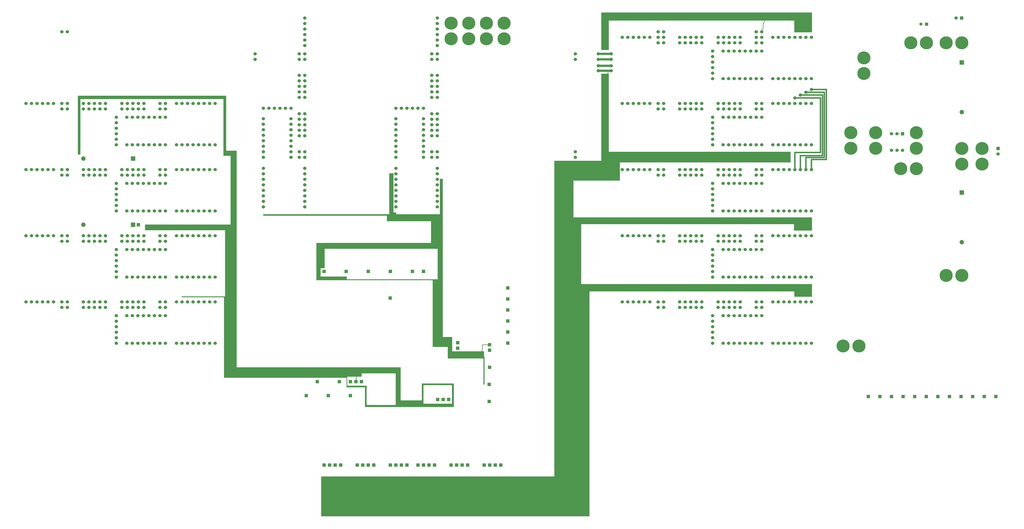
<source format=gbr>
G04 start of page 4 for group 2 idx 13 *
G04 Title: (unknown), jump *
G04 Creator: pcb 4.2.0 *
G04 CreationDate: Mon Sep  7 06:55:59 2020 UTC *
G04 For: commonadmin *
G04 Format: Gerber/RS-274X *
G04 PCB-Dimensions (mil): 18000.00 11000.00 *
G04 PCB-Coordinate-Origin: lower left *
%MOIN*%
%FSLAX25Y25*%
%LNBOTTOM*%
%ADD39C,0.0280*%
%ADD38C,0.0300*%
%ADD37C,0.0500*%
%ADD36C,0.1870*%
%ADD35C,0.0350*%
%ADD34C,0.0380*%
%ADD33C,0.0800*%
%ADD32C,0.0550*%
%ADD31C,0.2362*%
%ADD30C,0.0600*%
%ADD29C,0.0250*%
%ADD28C,0.0100*%
%ADD27C,0.0400*%
%ADD26C,0.0001*%
G54D26*G36*
X396500Y844500D02*Y432500D01*
X385500D01*
Y844500D01*
X396500D01*
G37*
G36*
X375500Y710500D02*X389000D01*
Y432500D01*
X375500D01*
Y710500D01*
G37*
G36*
X378500Y432500D02*X373500D01*
Y580000D01*
X378500D01*
Y432500D01*
G37*
G36*
X396500Y844500D02*Y835000D01*
X372500D01*
Y844500D01*
X396500D01*
G37*
G36*
X377500Y841000D02*X372500D01*
Y941500D01*
X377500D01*
Y841000D01*
G37*
G36*
Y944000D02*Y938000D01*
X109000D01*
Y944000D01*
X377500D01*
G37*
G36*
X109000D02*X113500D01*
Y837500D01*
X109000D01*
Y944000D01*
G37*
G36*
X396500Y700000D02*X230500D01*
Y710500D01*
X396500D01*
Y700000D01*
G37*
G36*
X670500Y729000D02*Y726500D01*
X444500D01*
Y729000D01*
X670500D01*
G37*
G36*
X297000Y580000D02*X379500D01*
Y578500D01*
X297000D01*
Y580000D01*
G37*
G36*
X541000Y673000D02*X556000D01*
Y631000D01*
X541000D01*
Y673000D01*
G37*
G36*
Y610500D02*Y635000D01*
X548500D01*
Y610500D01*
X541000D01*
G37*
G36*
Y616000D01*
X596000D01*
Y610500D01*
X541000D01*
G37*
G36*
X373500Y451500D02*X623000D01*
Y434500D01*
X373500D01*
Y451500D01*
G37*
G36*
X392500Y432500D02*Y437000D01*
X597000D01*
Y432500D01*
X392500D01*
G37*
G36*
X972000Y599500D02*Y723500D01*
X1020500D01*
Y599500D01*
X972000D01*
G37*
G36*
X1006500Y720000D02*X972000D01*
Y826000D01*
X1006500D01*
Y720000D01*
G37*
G36*
X998000Y826000D02*X1090500D01*
Y810176D01*
X1090486Y810000D01*
X1090500Y809824D01*
Y790000D01*
X998000D01*
Y826000D01*
G37*
G36*
X1070500Y823000D02*X1057000D01*
Y984000D01*
X1070500D01*
Y823000D01*
G37*
G36*
X1438500Y1059000D02*X1406500D01*
Y1095000D01*
X1438500D01*
Y1059000D01*
G37*
G36*
X1411000Y1095000D02*Y1080500D01*
X1240000D01*
Y1095000D01*
X1411000D01*
G37*
G36*
X1244000Y1080500D02*X1057000D01*
Y1095000D01*
X1244000D01*
Y1080500D01*
G37*
G36*
X1057000Y1084000D02*X1070500D01*
Y1027000D01*
X1057000D01*
Y1084000D01*
G37*
G36*
Y823000D02*Y842500D01*
X1400000D01*
Y823000D01*
X1057000D01*
G37*
G36*
X1018000Y602500D02*X1438500D01*
Y589000D01*
X1018000D01*
Y602500D01*
G37*
G36*
X1012000Y723500D02*X1438500D01*
Y711000D01*
X1012000D01*
Y723500D01*
G37*
G36*
X1438500D02*Y699500D01*
X1406000D01*
Y723500D01*
X1438500D01*
G37*
G36*
Y602500D02*Y579500D01*
X1406500D01*
Y602500D01*
X1438500D01*
G37*
G36*
X549500Y181000D02*Y253500D01*
X1035500D01*
Y181000D01*
X549500D01*
G37*
G36*
X632000Y418000D02*Y415000D01*
X595500D01*
Y418000D01*
X632000D01*
G37*
G36*
X732000Y379500D02*Y385500D01*
X790000D01*
Y379500D01*
X732000D01*
G37*
G36*
Y387500D02*Y422000D01*
X735000D01*
Y387500D01*
X732000D01*
G37*
G36*
X620500Y451500D02*X693500D01*
Y440500D01*
X620500D01*
Y451500D01*
G37*
G36*
X693500D02*Y384500D01*
X684500D01*
Y451500D01*
X693500D01*
G37*
G36*
X684500Y391500D02*X735000D01*
Y379500D01*
X684500D01*
Y391500D01*
G37*
G36*
X688000Y379500D02*X629000D01*
Y383000D01*
X688000D01*
Y379500D01*
G37*
G36*
X629000D02*Y418000D01*
X632000D01*
Y379500D01*
X629000D01*
G37*
G36*
X1035500Y249000D02*X972000D01*
Y602500D01*
X1035500D01*
Y249000D01*
G37*
G36*
X732000Y422000D02*X790000D01*
Y419000D01*
X732000D01*
Y422000D01*
G37*
G36*
X790000D02*Y379500D01*
X786500D01*
Y422000D01*
X790000D01*
G37*
G36*
X844500Y467500D02*X779000D01*
Y480500D01*
X844500D01*
Y467500D01*
G37*
G36*
X787000Y477000D02*X779000D01*
Y497500D01*
X787000D01*
Y477000D01*
G37*
G36*
Y493000D02*X779000D01*
Y506500D01*
X787000D01*
Y493000D01*
G37*
G36*
X762000Y506500D02*X787000D01*
Y488500D01*
X762000D01*
Y506500D01*
G37*
G36*
X843500Y470000D02*X845500D01*
Y420000D01*
X843500D01*
Y470000D01*
G37*
G36*
X595500Y415000D02*Y439500D01*
X597000D01*
Y415000D01*
X595500D01*
G37*
G36*
X770000Y488500D02*X751500D01*
Y611000D01*
X770000D01*
Y488500D01*
G37*
G36*
Y601000D02*X760500D01*
Y679500D01*
X770000D01*
Y601000D01*
G37*
G36*
Y666500D02*X748500D01*
Y729000D01*
X770000D01*
Y666500D01*
G37*
G36*
Y724500D02*X764500D01*
Y793500D01*
X770000D01*
Y724500D01*
G37*
G36*
X752500Y729000D02*Y716500D01*
X668500D01*
Y729000D01*
X752500D01*
G37*
G36*
X673000Y726500D02*Y803500D01*
X680500D01*
Y802676D01*
X680486Y802500D01*
X680500Y802324D01*
Y792676D01*
X680486Y792500D01*
X680500Y792324D01*
Y782676D01*
X680486Y782500D01*
X680500Y782324D01*
Y772676D01*
X680486Y772500D01*
X680500Y772324D01*
Y762676D01*
X680486Y762500D01*
X680500Y762324D01*
Y752676D01*
X680486Y752500D01*
X680500Y752324D01*
Y742676D01*
X680486Y742500D01*
X680500Y742324D01*
Y726500D01*
X673000D01*
G37*
G36*
X685500Y727500D02*X679500D01*
Y732500D01*
X685500D01*
Y727500D01*
G37*
G36*
X750000Y666500D02*X541000D01*
Y677000D01*
X750000D01*
Y666500D01*
G37*
G36*
X754000Y611000D02*Y609500D01*
X541000D01*
Y611000D01*
X754000D01*
G37*
G54D27*X1051500Y998500D02*X1075000D01*
Y989500D02*X1051500D01*
Y1020000D02*X1075000D01*
Y1010000D02*X1051500D01*
G54D28*X1069000Y989500D02*Y980000D01*
X612500Y425500D02*Y431000D01*
X614000Y432500D01*
Y436000D01*
X854500Y492500D02*X841500D01*
Y484000D01*
X840500Y483000D01*
Y478000D01*
G54D29*X1454000Y841000D02*Y940000D01*
X1457500Y835500D02*Y945500D01*
X1461000Y832000D02*Y950500D01*
X1464500Y828500D02*Y955500D01*
X1417500Y835500D02*X1457500D01*
X1427500Y832000D02*X1461000D01*
X1407500Y810000D02*Y841000D01*
X1454000D01*
X1417500Y810000D02*Y835500D01*
X1427500Y810000D02*Y832000D01*
X1437500Y810000D02*Y828500D01*
X1464500D01*
X1454000Y940000D02*X1407500D01*
X1417500Y945500D02*X1457500D01*
X1427500Y950500D02*X1461000D01*
X1437500Y955500D02*X1464500D01*
G54D28*X1347500Y1060000D02*Y1063500D01*
X1350000Y1066000D01*
X1352000Y1077500D02*Y1082500D01*
X1350000Y1066000D02*Y1075500D01*
X1352000Y1077500D01*
G54D30*X1367500Y975000D03*
X1377500D03*
X1387500D03*
X1397500D03*
X1407500D03*
X1417500D03*
X1427500D03*
X1437500D03*
G54D31*X1532500Y1012846D03*
Y984500D03*
G54D26*G36*
X1706000Y1008500D02*Y1000500D01*
X1714000D01*
Y1008500D01*
X1706000D01*
G37*
G54D30*X1367500Y1050000D03*
X1347500D03*
Y1040000D03*
X1377500Y1050000D03*
X1387500D03*
X1397500D03*
X1407500D03*
X1417500D03*
X1427500D03*
X1437500D03*
X1337500Y1040000D03*
Y1050000D03*
X1308500D03*
Y1040000D03*
G54D31*X1646000D03*
X1617654D03*
G54D30*X1219000D03*
X1209000Y1050000D03*
X1199000D03*
X1209000Y1040000D03*
X1199000D03*
X1170000D03*
X1160000D03*
X1170000Y1050000D03*
X1160000D03*
X1145000D03*
X1135000D03*
X1125000D03*
X1115000D03*
X1105000D03*
X1095000D03*
G54D31*X1709846Y1040000D03*
X1681500D03*
G54D26*G36*
X1706500Y1088000D02*Y1082000D01*
X1712500D01*
Y1088000D01*
X1706500D01*
G37*
G54D30*X1699500Y1085000D03*
G54D26*G36*
X1643250Y1076750D02*Y1071250D01*
X1648750D01*
Y1076750D01*
X1643250D01*
G37*
G54D32*X1636000Y1074000D03*
G54D30*X1277500Y975000D03*
X1287500D03*
X1297500D03*
X1307500D03*
X1317500D03*
X1327500D03*
X1337500D03*
X1347500D03*
X1258500D03*
Y985000D03*
Y995000D03*
Y1005000D03*
Y1015000D03*
Y1025000D03*
X1277500D03*
X1287500D03*
X1297500D03*
X1307500D03*
X1317500D03*
X1327500D03*
X1337500D03*
X1347500D03*
X1298500Y1050000D03*
X1288500D03*
X1278500D03*
X1268500D03*
X1298500Y1040000D03*
X1288500D03*
X1278500D03*
X1268500D03*
X1239000D03*
X1229000D03*
X1239000Y1050000D03*
X1229000D03*
X1219000D03*
X287500Y495000D03*
X297500D03*
X307500D03*
X317500D03*
X327500D03*
X337500D03*
X347500D03*
X357500D03*
X197500D03*
X207500D03*
X217500D03*
X227500D03*
X237500D03*
X247500D03*
X257500D03*
X267500D03*
X178500D03*
Y505000D03*
Y515000D03*
Y525000D03*
Y535000D03*
Y545000D03*
X197500D03*
X207500D03*
X217500D03*
X227500D03*
X237500D03*
X247500D03*
X257500D03*
X267500D03*
X287500Y570000D03*
X267500D03*
Y560000D03*
X297500Y570000D03*
X307500D03*
X317500D03*
X327500D03*
X337500D03*
X347500D03*
X357500D03*
X257500Y560000D03*
Y570000D03*
X228500D03*
Y560000D03*
G54D26*G36*
X592000Y628500D02*Y622500D01*
X598000D01*
Y628500D01*
X592000D01*
G37*
G36*
X552000D02*Y622500D01*
X558000D01*
Y628500D01*
X552000D01*
G37*
G54D30*X218500Y570000D03*
X208500D03*
X198500D03*
X188500D03*
X218500Y560000D03*
X208500D03*
X198500D03*
X188500D03*
X159000D03*
X149000D03*
X159000Y570000D03*
X149000D03*
X139000D03*
Y560000D03*
X129000Y570000D03*
X119000D03*
X129000Y560000D03*
X119000D03*
X90000D03*
X80000D03*
X90000Y570000D03*
X80000D03*
X65000D03*
X55000D03*
X45000D03*
X35000D03*
X25000D03*
X15000D03*
X197500Y615000D03*
X207500D03*
X217500D03*
X227500D03*
X237500D03*
X247500D03*
X257500D03*
X267500D03*
X178500D03*
Y625000D03*
Y635000D03*
Y645000D03*
Y655000D03*
Y665000D03*
X197500D03*
X207500D03*
X217500D03*
X227500D03*
X237500D03*
X247500D03*
X257500D03*
X267500D03*
X218500Y690000D03*
Y680000D03*
X208500D03*
X198500D03*
X188500D03*
X208500Y690000D03*
X198500D03*
X188500D03*
X159000D03*
X149000D03*
X139000D03*
G54D33*X119000Y710000D03*
G54D26*G36*
X215500Y713000D02*Y707000D01*
X221500D01*
Y713000D01*
X215500D01*
G37*
G54D30*X159000Y680000D03*
X149000D03*
X139000D03*
X129000Y690000D03*
X119000D03*
X129000Y680000D03*
X119000D03*
X90000D03*
X80000D03*
X90000Y690000D03*
X80000D03*
X65000D03*
X55000D03*
X45000D03*
X35000D03*
X25000D03*
X15000D03*
X287500Y855000D03*
Y930000D03*
X297500D03*
X307500D03*
X317500D03*
X327500D03*
X337500D03*
X347500D03*
X357500D03*
X297500Y855000D03*
X307500D03*
X317500D03*
X327500D03*
X337500D03*
X347500D03*
X357500D03*
X317500Y810000D03*
X327500D03*
X337500D03*
X347500D03*
X357500D03*
X287500D03*
X297500D03*
X307500D03*
X228500D03*
X218500D03*
X208500D03*
X267500D03*
Y800000D03*
X257500D03*
Y810000D03*
X228500Y800000D03*
X218500D03*
X208500D03*
G54D26*G36*
X205000Y834000D02*Y826000D01*
X213000D01*
Y834000D01*
X205000D01*
G37*
G54D30*X198500Y810000D03*
Y800000D03*
X188500D03*
Y810000D03*
X159000D03*
X149000D03*
X139000D03*
X129000D03*
X119000D03*
X159000Y800000D03*
X149000D03*
X139000D03*
X129000D03*
X119000D03*
X197500Y855000D03*
X207500D03*
X217500D03*
X227500D03*
X237500D03*
X247500D03*
X257500D03*
X267500D03*
X178500D03*
Y865000D03*
Y875000D03*
Y885000D03*
Y895000D03*
Y905000D03*
X197500D03*
X207500D03*
X217500D03*
X227500D03*
X237500D03*
X247500D03*
X257500D03*
X267500D03*
Y930000D03*
Y920000D03*
X257500D03*
Y930000D03*
X228500D03*
Y920000D03*
X218500Y930000D03*
Y920000D03*
X208500Y930000D03*
Y920000D03*
X198500Y930000D03*
X188500D03*
X198500Y920000D03*
X188500D03*
X159000D03*
X149000D03*
X139000D03*
X129000D03*
X159000Y930000D03*
X149000D03*
X139000D03*
X129000D03*
X119000D03*
Y920000D03*
X90000Y930000D03*
X80000D03*
X65000D03*
X90000Y920000D03*
X80000D03*
X55000Y930000D03*
X45000D03*
X35000D03*
X25000D03*
X15000D03*
X317500Y615000D03*
X327500D03*
X337500D03*
X347500D03*
X287500D03*
X297500D03*
X307500D03*
X357500D03*
X307500Y690000D03*
X317500D03*
X327500D03*
X337500D03*
X347500D03*
X357500D03*
X287500D03*
X267500D03*
Y680000D03*
X297500Y690000D03*
X287500Y735000D03*
X297500D03*
X307500D03*
X317500D03*
X327500D03*
X337500D03*
X347500D03*
X357500D03*
X267500D03*
X257500Y680000D03*
Y690000D03*
X228500D03*
Y680000D03*
X257500Y735000D03*
G54D26*G36*
X205000Y714000D02*Y706000D01*
X213000D01*
Y714000D01*
X205000D01*
G37*
G54D30*X197500Y735000D03*
X207500D03*
X217500D03*
X227500D03*
X237500D03*
X247500D03*
X178500D03*
Y745000D03*
Y755000D03*
Y765000D03*
Y775000D03*
Y785000D03*
X197500D03*
X207500D03*
X217500D03*
X227500D03*
X237500D03*
X247500D03*
X257500D03*
X267500D03*
X90000Y810000D03*
X80000D03*
X65000D03*
X90000Y800000D03*
X80000D03*
X55000Y810000D03*
X45000D03*
X35000D03*
X25000D03*
X15000D03*
G54D33*X119000Y830000D03*
G54D30*X445000Y812500D03*
X520000D03*
X445000Y802500D03*
Y792500D03*
Y782500D03*
Y772500D03*
Y762500D03*
Y752500D03*
Y742500D03*
X520000Y802500D03*
Y792500D03*
Y782500D03*
Y772500D03*
Y762500D03*
Y752500D03*
Y742500D03*
Y832500D03*
X510000D03*
Y842500D03*
X520000D03*
X445000Y902500D03*
Y921500D03*
X455000D03*
X445000Y892500D03*
X465000Y921500D03*
X475000D03*
X485000D03*
X495000D03*
Y902500D03*
X445000Y882500D03*
Y872500D03*
Y862500D03*
Y852500D03*
Y842500D03*
Y832500D03*
X495000Y862500D03*
Y852500D03*
Y842500D03*
Y832500D03*
Y892500D03*
Y882500D03*
Y872500D03*
X520000Y871500D03*
X510000D03*
Y881500D03*
Y891500D03*
Y901500D03*
X520000Y881500D03*
Y891500D03*
Y901500D03*
Y911500D03*
Y941000D03*
Y951000D03*
X510000Y911500D03*
Y941000D03*
Y951000D03*
X520000Y961000D03*
Y971000D03*
Y981000D03*
Y1010000D03*
X510000Y961000D03*
Y971000D03*
Y981000D03*
Y1010000D03*
Y1020000D03*
X520000D03*
Y1035000D03*
Y1045000D03*
Y1055000D03*
Y1065000D03*
Y1075000D03*
Y1085000D03*
X1367500Y735000D03*
Y810000D03*
X1377500D03*
X1387500D03*
X1397500D03*
X1407500D03*
X1417500D03*
X1427500D03*
X1437500D03*
X1377500Y735000D03*
X1387500D03*
X1397500D03*
X1407500D03*
X1417500D03*
X1427500D03*
X1437500D03*
X1397500Y690000D03*
X1407500D03*
X1417500D03*
X1427500D03*
X1437500D03*
X1367500Y495000D03*
X1377500D03*
X1387500D03*
X1397500D03*
X1407500D03*
X1417500D03*
X1427500D03*
X1437500D03*
X1367500Y570000D03*
X1377500D03*
X1387500D03*
X1397500D03*
X1407500D03*
X1417500D03*
X1427500D03*
X1437500D03*
G54D31*X1495000Y490000D03*
X1523346D03*
G54D26*G36*
X1537500Y401500D02*Y395500D01*
X1543500D01*
Y401500D01*
X1537500D01*
G37*
G36*
X1558500D02*Y395500D01*
X1564500D01*
Y401500D01*
X1558500D01*
G37*
G36*
X1579500D02*Y395500D01*
X1585500D01*
Y401500D01*
X1579500D01*
G37*
G36*
X1600500D02*Y395500D01*
X1606500D01*
Y401500D01*
X1600500D01*
G37*
G36*
X1621500D02*Y395500D01*
X1627500D01*
Y401500D01*
X1621500D01*
G37*
G36*
X1642500D02*Y395500D01*
X1648500D01*
Y401500D01*
X1642500D01*
G37*
G36*
X1663500D02*Y395500D01*
X1669500D01*
Y401500D01*
X1663500D01*
G37*
G36*
X1684500D02*Y395500D01*
X1690500D01*
Y401500D01*
X1684500D01*
G37*
G36*
X1705500D02*Y395500D01*
X1711500D01*
Y401500D01*
X1705500D01*
G37*
G36*
X1726500D02*Y395500D01*
X1732500D01*
Y401500D01*
X1726500D01*
G37*
G36*
X1747500D02*Y395500D01*
X1753500D01*
Y401500D01*
X1747500D01*
G37*
G36*
X1768500D02*Y395500D01*
X1774500D01*
Y401500D01*
X1768500D01*
G37*
G54D30*X1278500Y810000D03*
X1268500D03*
X1278500Y800000D03*
X1268500D03*
X1239000D03*
X1229000D03*
X1219000D03*
X1209000D03*
X1239000Y810000D03*
X1229000D03*
X1219000D03*
X1209000D03*
X1199000D03*
Y800000D03*
X1170000Y810000D03*
X1160000D03*
X1145000D03*
X1170000Y800000D03*
X1160000D03*
X1135000Y810000D03*
X1125000D03*
X1115000D03*
X1105000D03*
X1095000D03*
X1367500Y615000D03*
X1377500D03*
X1387500D03*
X1397500D03*
X1407500D03*
X1417500D03*
X1427500D03*
X1437500D03*
X1297500D03*
X1307500D03*
X1317500D03*
X1327500D03*
X1337500D03*
X1347500D03*
X1277500D03*
X1258500D03*
Y625000D03*
Y635000D03*
Y645000D03*
Y655000D03*
Y665000D03*
X1287500D03*
X1297500D03*
X1307500D03*
X1317500D03*
X1327500D03*
X1337500D03*
X1347500D03*
X1287500Y615000D03*
X1277500Y735000D03*
X1287500D03*
X1297500D03*
X1307500D03*
X1317500D03*
X1327500D03*
X1337500D03*
X1347500D03*
X1258500D03*
Y745000D03*
Y755000D03*
Y765000D03*
Y775000D03*
Y785000D03*
X1277500D03*
X1287500D03*
X1297500D03*
X1307500D03*
X1317500D03*
X1327500D03*
X1337500D03*
X1347500D03*
Y810000D03*
Y800000D03*
X1337500D03*
Y810000D03*
X1308500D03*
Y800000D03*
X1298500Y810000D03*
Y800000D03*
X1288500Y810000D03*
Y800000D03*
X1367500Y690000D03*
X1377500D03*
X1387500D03*
X1308500D03*
X1298500D03*
X1288500D03*
X1347500D03*
Y680000D03*
X1337500D03*
Y690000D03*
X1308500Y680000D03*
X1298500D03*
X1288500D03*
X1278500Y690000D03*
Y680000D03*
X1268500D03*
Y690000D03*
X1239000D03*
X1229000D03*
X1219000D03*
X1209000D03*
X1199000D03*
X1239000Y680000D03*
X1229000D03*
X1219000D03*
X1209000D03*
X1199000D03*
X1170000Y690000D03*
X1160000D03*
X1145000D03*
X1170000Y680000D03*
X1160000D03*
X1135000Y690000D03*
X1125000D03*
X1115000D03*
X1105000D03*
X1095000D03*
X1287500Y495000D03*
X1297500D03*
X1307500D03*
X1317500D03*
X1327500D03*
X1337500D03*
X1277500Y665000D03*
Y495000D03*
Y545000D03*
X1258500Y525000D03*
Y535000D03*
Y545000D03*
X1287500D03*
X1297500D03*
X1307500D03*
X1317500D03*
X1278500Y560000D03*
X1268500Y570000D03*
Y560000D03*
X1258500Y495000D03*
Y505000D03*
Y515000D03*
X1347500Y495000D03*
G54D26*G36*
X884500Y518500D02*Y512500D01*
X890500D01*
Y518500D01*
X884500D01*
G37*
G36*
X851500Y485500D02*Y479500D01*
X857500D01*
Y485500D01*
X851500D01*
G37*
G36*
Y495500D02*Y489500D01*
X857500D01*
Y495500D01*
X851500D01*
G37*
G36*
Y454500D02*Y448500D01*
X857500D01*
Y454500D01*
X851500D01*
G37*
G36*
X884500Y498500D02*Y492500D01*
X890500D01*
Y498500D01*
X884500D01*
G37*
G36*
X794000Y499000D02*Y493000D01*
X800000D01*
Y499000D01*
X794000D01*
G37*
G36*
Y489000D02*Y483000D01*
X800000D01*
Y489000D01*
X794000D01*
G37*
G54D30*X1327500Y545000D03*
X1337500D03*
X1347500D03*
Y570000D03*
Y560000D03*
X1337500D03*
Y570000D03*
X1308500D03*
Y560000D03*
X1298500Y570000D03*
Y560000D03*
X1288500Y570000D03*
Y560000D03*
X1278500Y570000D03*
X1239000D03*
Y560000D03*
X1229000Y570000D03*
Y560000D03*
X1219000Y570000D03*
Y560000D03*
X1209000Y570000D03*
Y560000D03*
X1199000D03*
Y570000D03*
X1170000D03*
Y560000D03*
X1160000D03*
Y570000D03*
X1145000D03*
X1135000D03*
X1125000D03*
X1115000D03*
X1105000D03*
X1095000D03*
G54D26*G36*
X884500Y598500D02*Y592500D01*
X890500D01*
Y598500D01*
X884500D01*
G37*
G36*
X712000Y628500D02*Y622500D01*
X718000D01*
Y628500D01*
X712000D01*
G37*
G36*
X732000D02*Y622500D01*
X738000D01*
Y628500D01*
X732000D01*
G37*
G36*
X672000D02*Y622500D01*
X678000D01*
Y628500D01*
X672000D01*
G37*
G36*
X632000D02*Y622500D01*
X638000D01*
Y628500D01*
X632000D01*
G37*
G36*
X671500Y580000D02*Y574000D01*
X677500D01*
Y580000D01*
X671500D01*
G37*
G36*
X884500Y578500D02*Y572500D01*
X890500D01*
Y578500D01*
X884500D01*
G37*
G36*
Y538500D02*Y532500D01*
X890500D01*
Y538500D01*
X884500D01*
G37*
G36*
Y558500D02*Y552500D01*
X890500D01*
Y558500D01*
X884500D01*
G37*
G36*
X872000Y277000D02*Y271000D01*
X878000D01*
Y277000D01*
X872000D01*
G37*
G36*
X862000D02*Y271000D01*
X868000D01*
Y277000D01*
X862000D01*
G37*
G36*
X852000D02*Y271000D01*
X858000D01*
Y277000D01*
X852000D01*
G37*
G36*
X842000D02*Y271000D01*
X848000D01*
Y277000D01*
X842000D01*
G37*
G36*
X812000D02*Y271000D01*
X818000D01*
Y277000D01*
X812000D01*
G37*
G36*
X802000D02*Y271000D01*
X808000D01*
Y277000D01*
X802000D01*
G37*
G36*
X792000D02*Y271000D01*
X798000D01*
Y277000D01*
X792000D01*
G37*
G36*
X782000D02*Y271000D01*
X788000D01*
Y277000D01*
X782000D01*
G37*
G36*
X851000Y423500D02*Y417500D01*
X857000D01*
Y423500D01*
X851000D01*
G37*
G36*
Y392500D02*Y386500D01*
X857000D01*
Y392500D01*
X851000D01*
G37*
G36*
X777500Y396000D02*Y390000D01*
X783500D01*
Y396000D01*
X777500D01*
G37*
G36*
X767500D02*Y390000D01*
X773500D01*
Y396000D01*
X767500D01*
G37*
G36*
X757500D02*Y390000D01*
X763500D01*
Y396000D01*
X757500D01*
G37*
G36*
X599500Y403000D02*Y397000D01*
X605500D01*
Y403000D01*
X599500D01*
G37*
G36*
X559500D02*Y397000D01*
X565500D01*
Y403000D01*
X559500D01*
G37*
G36*
X519500D02*Y397000D01*
X525500D01*
Y403000D01*
X519500D01*
G37*
G36*
X539500Y428500D02*Y422500D01*
X545500D01*
Y428500D01*
X539500D01*
G37*
G36*
X579500D02*Y422500D01*
X585500D01*
Y428500D01*
X579500D01*
G37*
G36*
X599500D02*Y422500D01*
X605500D01*
Y428500D01*
X599500D01*
G37*
G36*
X609500D02*Y422500D01*
X615500D01*
Y428500D01*
X609500D01*
G37*
G36*
X619500D02*Y422500D01*
X625500D01*
Y428500D01*
X619500D01*
G37*
G36*
X582000Y277000D02*Y271000D01*
X588000D01*
Y277000D01*
X582000D01*
G37*
G36*
X572000D02*Y271000D01*
X578000D01*
Y277000D01*
X572000D01*
G37*
G36*
X562000D02*Y271000D01*
X568000D01*
Y277000D01*
X562000D01*
G37*
G36*
X552000D02*Y271000D01*
X558000D01*
Y277000D01*
X552000D01*
G37*
G36*
X642000D02*Y271000D01*
X648000D01*
Y277000D01*
X642000D01*
G37*
G36*
X632000D02*Y271000D01*
X638000D01*
Y277000D01*
X632000D01*
G37*
G36*
X622000D02*Y271000D01*
X628000D01*
Y277000D01*
X622000D01*
G37*
G36*
X612000D02*Y271000D01*
X618000D01*
Y277000D01*
X612000D01*
G37*
G36*
X702000D02*Y271000D01*
X708000D01*
Y277000D01*
X702000D01*
G37*
G36*
X692000D02*Y271000D01*
X698000D01*
Y277000D01*
X692000D01*
G37*
G36*
X682000D02*Y271000D01*
X688000D01*
Y277000D01*
X682000D01*
G37*
G36*
X672000D02*Y271000D01*
X678000D01*
Y277000D01*
X672000D01*
G37*
G36*
X732000D02*Y271000D01*
X738000D01*
Y277000D01*
X732000D01*
G37*
G36*
X752000D02*Y271000D01*
X758000D01*
Y277000D01*
X752000D01*
G37*
G36*
X742000D02*Y271000D01*
X748000D01*
Y277000D01*
X742000D01*
G37*
G36*
X722000D02*Y271000D01*
X728000D01*
Y277000D01*
X722000D01*
G37*
G54D31*X881000Y1075846D03*
Y1047500D03*
X849000Y1075846D03*
Y1047500D03*
X817000Y1075846D03*
Y1047500D03*
X785000Y1075846D03*
Y1047500D03*
G54D30*X760000Y1085000D03*
Y1075000D03*
Y1065000D03*
Y1055000D03*
Y1045000D03*
Y1035000D03*
Y1020000D03*
X750000D03*
Y1010000D03*
X760000D03*
X750000Y981000D03*
X760000D03*
X750000Y971000D03*
X760000D03*
X750000Y961000D03*
Y951000D03*
Y941000D03*
X760000Y961000D03*
Y951000D03*
Y941000D03*
Y911500D03*
Y901500D03*
Y891500D03*
Y742500D03*
Y752500D03*
Y762500D03*
Y772500D03*
Y782500D03*
Y792500D03*
Y802500D03*
Y812500D03*
Y881500D03*
Y871500D03*
Y842500D03*
Y832500D03*
X750000Y871500D03*
X735000Y852500D03*
Y862500D03*
X750000Y842500D03*
Y832500D03*
X735000D03*
Y842500D03*
Y872500D03*
X750000Y911500D03*
Y901500D03*
Y891500D03*
Y881500D03*
X735000Y882500D03*
Y892500D03*
Y902500D03*
Y921500D03*
X725000D03*
X715000D03*
X705000D03*
X695000D03*
X685000D03*
Y882500D03*
Y892500D03*
Y902500D03*
Y832500D03*
Y842500D03*
Y852500D03*
Y862500D03*
Y872500D03*
Y742500D03*
Y752500D03*
Y762500D03*
Y772500D03*
Y782500D03*
Y792500D03*
Y802500D03*
Y812500D03*
X1367500Y855000D03*
Y930000D03*
X1377500Y855000D03*
X1387500D03*
X1397500D03*
X1407500D03*
X1417500D03*
X1427500D03*
X1437500D03*
X1377500Y930000D03*
X1387500D03*
X1397500D03*
X1407500D03*
X1417500D03*
X1427500D03*
X1437500D03*
X1277500Y855000D03*
X1287500D03*
X1297500D03*
X1307500D03*
X1317500D03*
X1327500D03*
X1337500D03*
X1347500D03*
X1258500D03*
Y865000D03*
Y875000D03*
Y885000D03*
Y895000D03*
Y905000D03*
X1277500D03*
X1287500D03*
X1297500D03*
X1307500D03*
X1317500D03*
X1327500D03*
X1337500D03*
X1347500D03*
X1278500Y930000D03*
X1268500D03*
X1278500Y920000D03*
X1268500D03*
X1239000D03*
X1229000D03*
X1219000D03*
X1209000D03*
X1239000Y930000D03*
X1229000D03*
X1219000D03*
X1209000D03*
X1199000D03*
Y920000D03*
X1170000Y930000D03*
X1160000D03*
X1145000D03*
X1170000Y920000D03*
X1160000D03*
X1135000Y930000D03*
X1125000D03*
X1115000D03*
X1105000D03*
X1095000D03*
G54D31*X1746500Y848500D03*
G54D26*G36*
X1772500Y851500D02*Y845500D01*
X1778500D01*
Y851500D01*
X1772500D01*
G37*
G54D30*X1775500Y838500D03*
G54D31*X1746500Y820154D03*
X1710000Y848500D03*
Y820154D03*
G54D26*G36*
X1706000Y772500D02*Y764500D01*
X1714000D01*
Y772500D01*
X1706000D01*
G37*
G54D33*X1710000Y678500D03*
G54D31*Y618000D03*
X1681654D03*
X1554000Y848654D03*
G54D30*X1582500Y845000D03*
X1592500D03*
X1602500D03*
G54D31*X1627500Y848654D03*
X1599154Y811654D03*
X1627500D03*
G54D30*X1347500Y930000D03*
Y920000D03*
X1337500D03*
Y930000D03*
X1308500D03*
Y920000D03*
X1298500Y930000D03*
Y920000D03*
X1288500Y930000D03*
Y920000D03*
G54D33*X1710000Y914500D03*
G54D31*X1554000Y877000D03*
G54D26*G36*
X1599500Y878000D02*Y872000D01*
X1605500D01*
Y878000D01*
X1599500D01*
G37*
G54D30*X1592500Y875000D03*
X1582500D03*
G54D31*X1627500Y877000D03*
X1509000D03*
Y848654D03*
G54D30*X1075000Y1020000D03*
Y1010000D03*
X1051500D03*
Y1020000D03*
X1160000Y1060000D03*
X1170000D03*
X1337500D03*
X1347500D03*
X80000D03*
X90000D03*
X1010000Y1020000D03*
X430000D03*
Y1010000D03*
X1010000D03*
Y842500D03*
Y832500D03*
X1075000Y998500D03*
X1051500D03*
X1075000Y989500D03*
X1051500D03*
X1407500Y940000D03*
X1417500Y945500D03*
X1427500Y950500D03*
X1437500Y955500D03*
G54D34*G54D35*G54D34*G54D36*G54D37*G54D34*G54D36*G54D34*G54D36*G54D34*G54D38*G54D34*G54D37*G54D34*G54D37*G54D34*G54D37*G54D34*G54D37*G54D34*G54D36*G54D34*G54D36*G54D34*G54D36*G54D34*G54D36*G54D37*G54D36*G54D39*G54D36*G54D34*G54D37*G54D36*G54D39*G54D36*M02*

</source>
